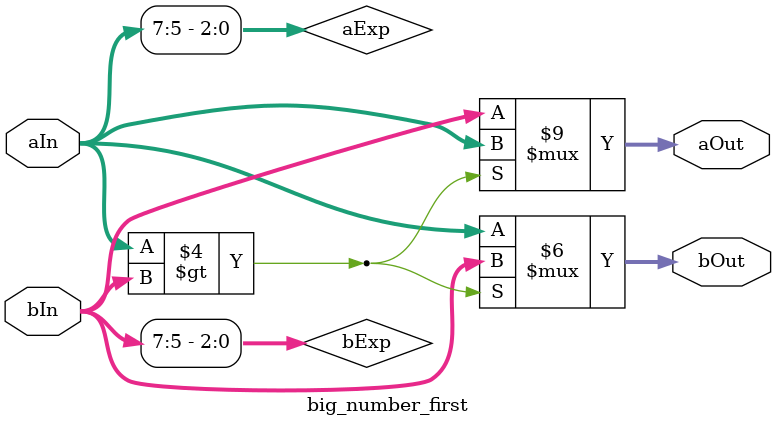
<source format=v>
module big_number_first (
  input wire [7:0] aIn,
  input wire [7:0] bIn,
  output reg [7:0] aOut,
  output reg [7:0] bOut

);
  
  wire [2:0] aExp = aIn >> 5;
  wire [2:0] bExp = bIn >> 5;
  
  always @(*) begin
    if (aIn > bIn) begin
      aOut = aIn;
      bOut = bIn;
    end
    else begin
      aOut = bIn;
      bOut = aIn;
    end
  end

endmodule

</source>
